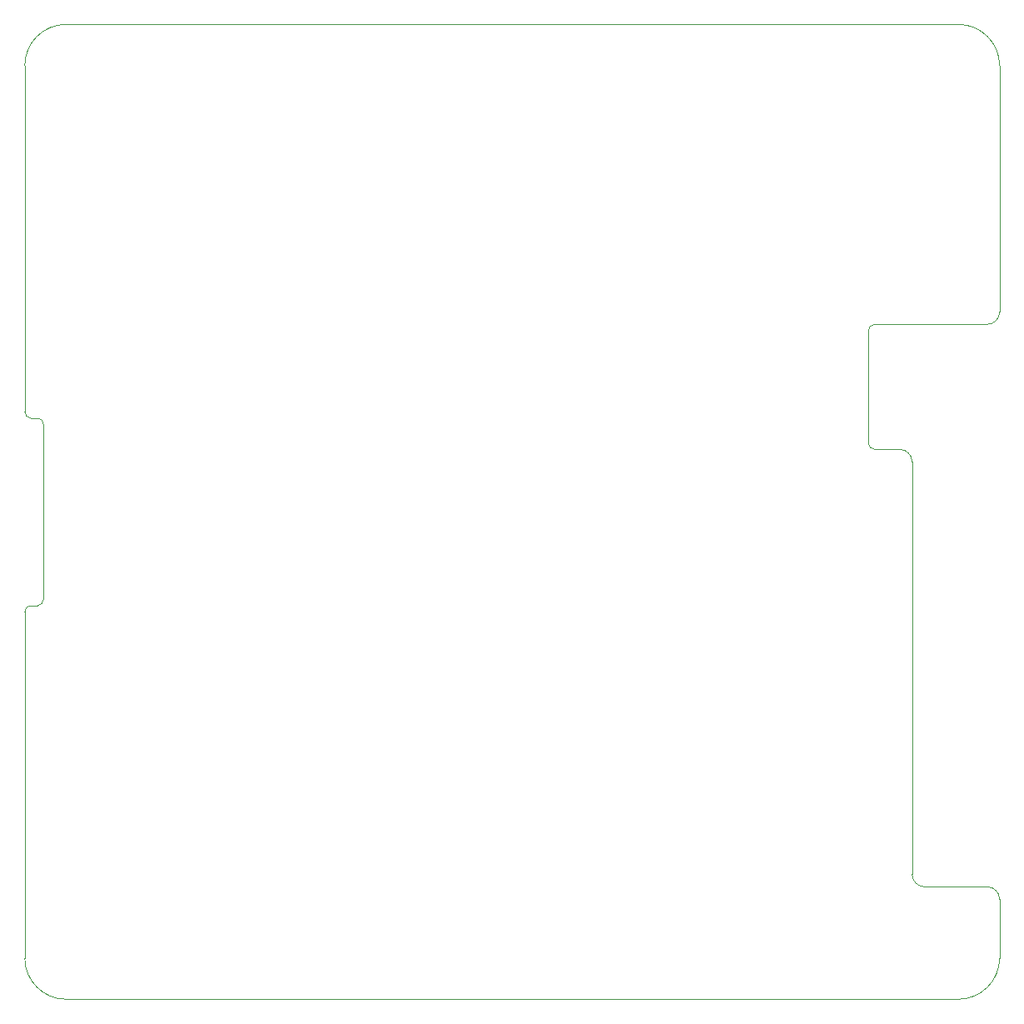
<source format=gm1>
G04 #@! TF.GenerationSoftware,KiCad,Pcbnew,5.0.0-rc2-unknown-6d77e59~65~ubuntu16.04.1*
G04 #@! TF.CreationDate,2018-06-12T00:49:00+05:30*
G04 #@! TF.ProjectId,wyostat,77796F737461742E6B696361645F7063,rev 3*
G04 #@! TF.SameCoordinates,Original*
G04 #@! TF.FileFunction,Profile,NP*
%FSLAX46Y46*%
G04 Gerber Fmt 4.6, Leading zero omitted, Abs format (unit mm)*
G04 Created by KiCad (PCBNEW 5.0.0-rc2-unknown-6d77e59~65~ubuntu16.04.1) date Tue Jun 12 00:49:00 2018*
%MOMM*%
%LPD*%
G01*
G04 APERTURE LIST*
%ADD10C,0.076200*%
G04 APERTURE END LIST*
D10*
X129540000Y-119380000D02*
G75*
G02X130810000Y-120650000I0J-1270000D01*
G01*
X123190000Y-119380000D02*
G75*
G02X121920000Y-118110000I0J1270000D01*
G01*
X31750000Y-125730000D02*
X31750000Y-125730000D01*
X31750000Y-91440000D02*
X31750000Y-126619000D01*
X31750000Y-91440000D02*
G75*
G02X32385000Y-90805000I635000J0D01*
G01*
X33655000Y-90170000D02*
G75*
G02X33020000Y-90805000I-635000J0D01*
G01*
X33020000Y-71755000D02*
G75*
G02X33655000Y-72390000I0J-635000D01*
G01*
X32385000Y-71755000D02*
G75*
G02X31750000Y-71120000I0J635000D01*
G01*
X33020000Y-71755000D02*
X32385000Y-71755000D01*
X33020000Y-90805000D02*
X32385000Y-90805000D01*
X33655000Y-81280000D02*
X33655000Y-90170000D01*
X33655000Y-81280000D02*
X33655000Y-72390000D01*
X123190000Y-119380000D02*
X129540000Y-119380000D01*
X121920000Y-87630000D02*
X121920000Y-87630000D01*
X121920000Y-76200000D02*
X121920000Y-118110000D01*
X130810000Y-36830000D02*
X130810000Y-36830000D01*
X130810000Y-60960000D02*
X130810000Y-35941000D01*
X120650000Y-74930000D02*
G75*
G02X121920000Y-76200000I0J-1270000D01*
G01*
X130810000Y-60960000D02*
G75*
G02X129540000Y-62230000I-1270000J0D01*
G01*
X117475000Y-62865000D02*
G75*
G02X118110000Y-62230000I635000J0D01*
G01*
X118110000Y-74930000D02*
G75*
G02X117475000Y-74295000I0J635000D01*
G01*
X118110000Y-74930000D02*
X120650000Y-74930000D01*
X117475000Y-68580000D02*
X117475000Y-74295000D01*
X118110000Y-62230000D02*
X129540000Y-62230000D01*
X117475000Y-68580000D02*
X117475000Y-62865000D01*
X35941000Y-130810000D02*
G75*
G02X31750000Y-126619000I0J4191000D01*
G01*
X130810000Y-126619000D02*
G75*
G02X126619000Y-130810000I-4191000J0D01*
G01*
X126619000Y-31750000D02*
G75*
G02X130810000Y-35941000I0J-4191000D01*
G01*
X31750000Y-35941000D02*
G75*
G02X35941000Y-31750000I4191000J0D01*
G01*
X130810000Y-120650000D02*
X130810000Y-126619000D01*
X35941000Y-130810000D02*
X126619000Y-130810000D01*
X31750000Y-35941000D02*
X31750000Y-71120000D01*
X35941000Y-31750000D02*
X126619000Y-31750000D01*
M02*

</source>
